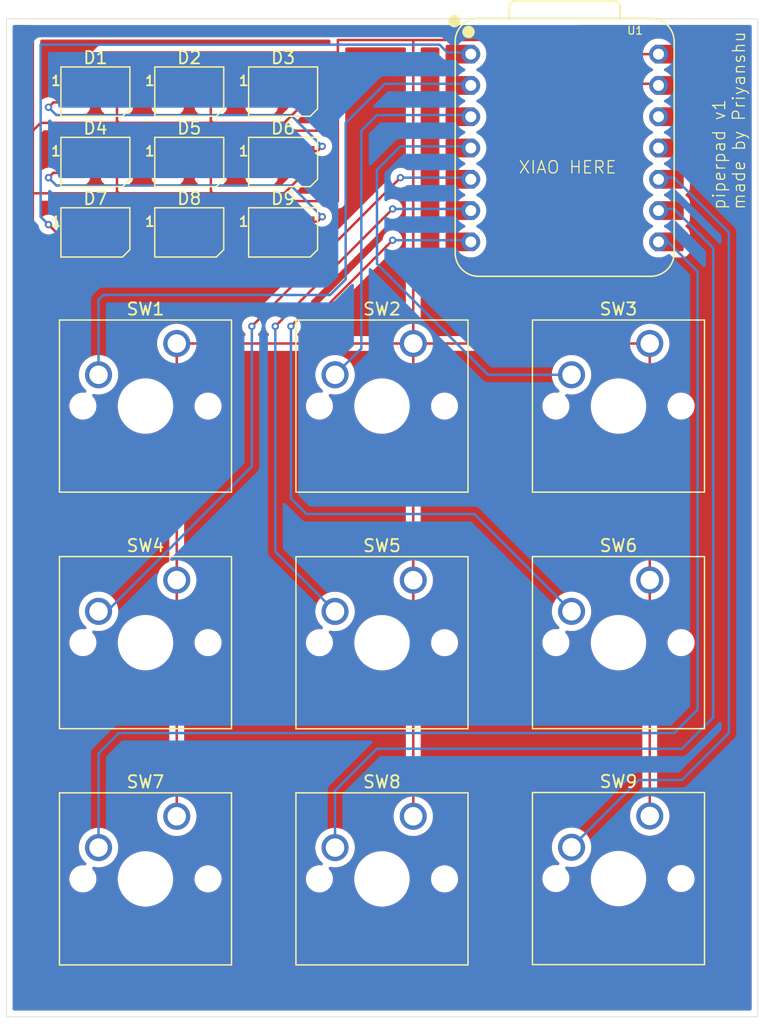
<source format=kicad_pcb>
(kicad_pcb (version 20241229) (generator "pcbnew") (generator_version "9.0")
  (layers (0 "F.Cu" signal) (2 "B.Cu" signal) (13 "F.Paste" user) (15 "B.Paste" user) (5 "F.SilkS" user "F.Silkscreen") (7 "B.SilkS" user "B.Silkscreen") (1 "F.Mask" user) (3 "B.Mask" user) (25 "Edge.Cuts" user))
  (net 0 "")
  (net 1 "+5V")
  (net 2 "Net-(D1-DOUT)")
  (net 3 "Net-(D1-DIN)")
  (net 4 "GND")
  (net 5 "Net-(D2-DOUT)")
  (net 6 "Net-(U1-GPIO2{slash}SCK)")
  (net 7 "Net-(U1-GPIO4{slash}MISO)")
  (net 10 "Net-(D4-DIN)")
  (net 11 "Net-(D4-DOUT)")
  (net 12 "Net-(D5-DOUT)")
  (net 13 "Net-(D7-DOUT)")
  (net 14 "Net-(D7-DIN)")
  (net 15 "Net-(D8-DOUT)")
  (net 16 "Net-(U1-GPIO28{slash}ADC2{slash}A2)")
  (net 17 "Net-(U1-GPIO27{slash}ADC1{slash}A1)")
  (net 18 "Net-(U1-GPIO7{slash}SCL)")
  (net 19 "Net-(U1-GPIO6{slash}SDA)")
  (net 20 "Net-(U1-GPIO29{slash}ADC3{slash}A3)")
  (net 21 "Net-(U1-GPIO0{slash}TX)")
  (net 22 "Net-(U1-GPIO1{slash}RX)")
  (footprint "Button_Switch_Keyboard:SW_Cherry_MX_1.00u_PCB" (layer "F.Cu") (at 154.2288 124.206)
    (property "Reference" "SW9" (at -2.54 -2.794 0) (layer "F.SilkS"))
    (property "Value" "SW_Push")
    (fp_line (start -9.525 -1.905) (end 4.445 -1.905) (stroke (width 0.12)) (layer "F.SilkS"))
    (fp_line (start -9.525 12.065) (end -9.525 -1.905) (stroke (width 0.12)) (layer "F.SilkS"))
    (fp_line (start 4.445 -1.905) (end 4.445 12.065) (stroke (width 0.12)) (layer "F.SilkS"))
    (fp_line (start 4.445 12.065) (end -9.525 12.065) (stroke (width 0.12)) (layer "F.SilkS"))
    (pad "" np_thru_hole circle (at -7.62 5.08) (size 1.7 1.7) (drill 1.7) (layers "*.Cu" "*.Mask"))
    (pad "" np_thru_hole circle (at -2.54 5.08) (size 4 4) (drill 4) (layers "*.Cu" "*.Mask"))
    (pad "" np_thru_hole circle (at 2.54 5.08) (size 1.7 1.7) (drill 1.7) (layers "*.Cu" "*.Mask"))
    (pad "1" thru_hole circle (at 0 0) (size 2.2 2.2) (drill 1.5) (layers "*.Cu" "*.Mask") (net 4 "GND"))
    (pad "2" thru_hole circle (at -6.35 2.54) (size 2.2 2.2) (drill 1.5) (layers "*.Cu" "*.Mask") (net 7 "Net-(U1-GPIO4{slash}MISO)"))
  )
  (footprint "Button_Switch_Keyboard:SW_Cherry_MX_1.00u_PCB" (layer "F.Cu") (at 154.2288 105.0544)
    (property "Reference" "SW6" (at -2.54 -2.794 0) (layer "F.SilkS"))
    (property "Value" "SW_Push")
    (fp_line (start -9.525 -1.905) (end 4.445 -1.905) (stroke (width 0.12)) (layer "F.SilkS"))
    (fp_line (start -9.525 12.065) (end -9.525 -1.905) (stroke (width 0.12)) (layer "F.SilkS"))
    (fp_line (start 4.445 -1.905) (end 4.445 12.065) (stroke (width 0.12)) (layer "F.SilkS"))
    (fp_line (start 4.445 12.065) (end -9.525 12.065) (stroke (width 0.12)) (layer "F.SilkS"))
    (pad "" np_thru_hole circle (at -7.62 5.08) (size 1.7 1.7) (drill 1.7) (layers "*.Cu" "*.Mask"))
    (pad "" np_thru_hole circle (at -2.54 5.08) (size 4 4) (drill 4) (layers "*.Cu" "*.Mask"))
    (pad "" np_thru_hole circle (at 2.54 5.08) (size 1.7 1.7) (drill 1.7) (layers "*.Cu" "*.Mask"))
    (pad "1" thru_hole circle (at 0 0) (size 2.2 2.2) (drill 1.5) (layers "*.Cu" "*.Mask") (net 4 "GND"))
    (pad "2" thru_hole circle (at -6.35 2.54) (size 2.2 2.2) (drill 1.5) (layers "*.Cu" "*.Mask") (net 21 "Net-(U1-GPIO0{slash}TX)"))
  )
  (footprint "LED_SMD:LED_SK6812MINI_PLCC4_3.5x3.5mm_P1.75mm" (layer "F.Cu") (at 109.22 76.835)
    (property "Reference" "D7" (at 0 -2.75 0) (layer "F.SilkS"))
    (property "Value" "SK6812" (hide yes))
    (fp_line (start -2.8 -2) (end -2.8 2) (stroke (width 0.12)) (layer "F.SilkS"))
    (fp_line (start -2.8 -2) (end 2.8 -2) (stroke (width 0.12)) (layer "F.SilkS"))
    (fp_line (start -2.8 2) (end 2.2 2) (stroke (width 0.12)) (layer "F.SilkS"))
    (fp_line (start 2.8 1.4) (end 2.2 2) (stroke (width 0.12)) (layer "F.SilkS"))
    (fp_line (start 2.8 1.4) (end 2.8 -2) (stroke (width 0.12)) (layer "F.SilkS"))
    (fp_text user "1" (at -3.2 -0.875 0) (layer "F.SilkS") (effects (font (size 0.8 0.8))))
    (pad "1" smd rect (at -1.75 -0.875) (size 1.6 0.85) (layers "F.Cu" "F.Mask" "F.Paste") (net 4 "GND"))
    (pad "2" smd rect (at -1.75 0.875) (size 1.6 0.85) (layers "F.Cu" "F.Mask" "F.Paste") (net 14 "Net-(D7-DIN)"))
    (pad "3" smd rect (at 1.75 0.875) (size 1.6 0.85) (layers "F.Cu" "F.Mask" "F.Paste") (net 1 "+5V"))
    (pad "4" smd rect (at 1.75 -0.875) (size 1.6 0.85) (layers "F.Cu" "F.Mask" "F.Paste") (net 13 "Net-(D7-DOUT)"))
  )
  (footprint "OPL:XIAO-RP2040-DIP" (layer "F.Cu") (at 147.32 69.9835)
    (property "Reference" "U1" (at 5.715 -9.5315 0) (layer "F.SilkS") (effects (font (size 0.635 0.635) (thickness 0.1016))))
    (property "Value" "XIAO-RP2040-DIP")
    (fp_line (start -8.89 8.509) (end -8.89 -8.636) (stroke (width 0.127)) (layer "F.SilkS"))
    (fp_line (start -6.985 10.414) (end 6.985 10.414) (stroke (width 0.127)) (layer "F.SilkS"))
    (fp_line (start -4.495 -10.541) (end -4.491272 -11.451272) (stroke (width 0.127)) (layer "F.SilkS"))
    (fp_line (start -3.991272 -11.951) (end 4.004 -11.951) (stroke (width 0.127)) (layer "F.SilkS"))
    (fp_line (start 4.504 -11.451) (end 4.504 -10.541) (stroke (width 0.127)) (layer "F.SilkS"))
    (fp_line (start 6.985 -10.541) (end -6.985 -10.541) (stroke (width 0.1)) (layer "F.SilkS"))
    (fp_line (start 6.985 -10.541) (end -6.985 -10.541) (stroke (width 0.127)) (layer "F.SilkS"))
    (fp_line (start 8.89 8.509) (end 8.89 -8.636) (stroke (width 0.127)) (layer "F.SilkS"))
    (fp_arc (start -8.89 -8.636) (mid -8.332038 -9.983038) (end -6.985 -10.541) (stroke (width 0.127)) (layer "F.SilkS"))
    (fp_arc (start -6.985 10.414) (mid -8.332038 9.856038) (end -8.89 8.509) (stroke (width 0.127)) (layer "F.SilkS"))
    (fp_arc (start -4.491272 -11.451272) (mid -4.344728 -11.80464) (end -3.991272 -11.951) (stroke (width 0.127)) (layer "F.SilkS"))
    (fp_arc (start 4.004 -11.951) (mid 4.357553 -11.804553) (end 4.504 -11.451) (stroke (width 0.127)) (layer "F.SilkS"))
    (fp_arc (start 6.985 -10.541) (mid 8.332038 -9.983038) (end 8.89 -8.636) (stroke (width 0.127)) (layer "F.SilkS"))
    (fp_arc (start 8.89 8.509) (mid 8.332038 9.856038) (end 6.985 10.414) (stroke (width 0.127)) (layer "F.SilkS"))
    (fp_circle (center -8.95 -10.3) (end -8.95 -10.554) (stroke (width 0.5)) (fill yes) (layer "F.SilkS"))
    (fp_circle (center -7.807 -9.42) (end -7.807 -9.674) (stroke (width 0.5)) (fill yes) (layer "F.SilkS"))
    (pad "1" smd roundrect (at -8.455 -7.62 180) (size 2.432 1.524) (layers "F.Cu" "F.Mask") (roundrect_rratio 0.1) (net 14 "Net-(D7-DIN)"))
    (pad "1" thru_hole circle (at -7.62 -7.62 180) (size 1.524 1.524) (drill 0.889) (layers "*.Cu" "*.Mask") (net 14 "Net-(D7-DIN)"))
    (pad "2" smd roundrect (at -8.455 -5.08 180) (size 2.432 1.524) (layers "F.Cu" "F.Mask") (roundrect_rratio 0.1) (net 17 "Net-(U1-GPIO27{slash}ADC1{slash}A1)"))
    (pad "2" thru_hole circle (at -7.62 -5.08 180) (size 1.524 1.524) (drill 0.889) (layers "*.Cu" "*.Mask") (net 17 "Net-(U1-GPIO27{slash}ADC1{slash}A1)"))
    (pad "3" smd roundrect (at -8.455 -2.54 180) (size 2.432 1.524) (layers "F.Cu" "F.Mask") (roundrect_rratio 0.1) (net 16 "Net-(U1-GPIO28{slash}ADC2{slash}A2)"))
    (pad "3" thru_hole circle (at -7.62 -2.54 180) (size 1.524 1.524) (drill 0.889) (layers "*.Cu" "*.Mask") (net 16 "Net-(U1-GPIO28{slash}ADC2{slash}A2)"))
    (pad "4" smd roundrect (at -8.455 0 180) (size 2.432 1.524) (layers "F.Cu" "F.Mask") (roundrect_rratio 0.1) (net 20 "Net-(U1-GPIO29{slash}ADC3{slash}A3)"))
    (pad "4" thru_hole circle (at -7.62 0 180) (size 1.524 1.524) (drill 0.889) (layers "*.Cu" "*.Mask") (net 20 "Net-(U1-GPIO29{slash}ADC3{slash}A3)"))
    (pad "5" smd roundrect (at -8.455 2.54 180) (size 2.432 1.524) (layers "F.Cu" "F.Mask") (roundrect_rratio 0.1) (net 19 "Net-(U1-GPIO6{slash}SDA)"))
    (pad "5" thru_hole circle (at -7.62 2.54 180) (size 1.524 1.524) (drill 0.889) (layers "*.Cu" "*.Mask") (net 19 "Net-(U1-GPIO6{slash}SDA)"))
    (pad "6" smd roundrect (at -8.455 5.08 180) (size 2.432 1.524) (layers "F.Cu" "F.Mask") (roundrect_rratio 0.1) (net 18 "Net-(U1-GPIO7{slash}SCL)"))
    (pad "6" thru_hole circle (at -7.62 5.08 180) (size 1.524 1.524) (drill 0.889) (layers "*.Cu" "*.Mask") (net 18 "Net-(U1-GPIO7{slash}SCL)"))
    (pad "7" smd roundrect (at -8.455 7.62 180) (size 2.432 1.524) (layers "F.Cu" "F.Mask") (roundrect_rratio 0.1) (net 21 "Net-(U1-GPIO0{slash}TX)"))
    (pad "7" thru_hole circle (at -7.62 7.62 180) (size 1.524 1.524) (drill 0.889) (layers "*.Cu" "*.Mask") (net 21 "Net-(U1-GPIO0{slash}TX)"))
    (pad "8" thru_hole circle (at 7.62 7.62) (size 1.524 1.524) (drill 0.889) (layers "*.Cu" "*.Mask") (net 22 "Net-(U1-GPIO1{slash}RX)"))
    (pad "8" smd roundrect (at 8.455 7.62) (size 2.432 1.524) (layers "F.Cu" "F.Mask") (roundrect_rratio 0.1) (net 22 "Net-(U1-GPIO1{slash}RX)"))
    (pad "9" thru_hole circle (at 7.62 5.08) (size 1.524 1.524) (drill 0.889) (layers "*.Cu" "*.Mask") (net 6 "Net-(U1-GPIO2{slash}SCK)"))
    (pad "9" smd roundrect (at 8.455 5.08) (size 2.432 1.524) (layers "F.Cu" "F.Mask") (roundrect_rratio 0.1) (net 6 "Net-(U1-GPIO2{slash}SCK)"))
    (pad "10" thru_hole circle (at 7.62 2.54) (size 1.524 1.524) (drill 0.889) (layers "*.Cu" "*.Mask") (net 7 "Net-(U1-GPIO4{slash}MISO)"))
    (pad "10" smd roundrect (at 8.455 2.54) (size 2.432 1.524) (layers "F.Cu" "F.Mask") (roundrect_rratio 0.1) (net 7 "Net-(U1-GPIO4{slash}MISO)"))
    (pad "11" thru_hole circle (at 7.62 0) (size 1.524 1.524) (drill 0.889) (layers "*.Cu" "*.Mask"))
    (pad "11" smd roundrect (at 8.455 0) (size 2.432 1.524) (layers "F.Cu" "F.Mask") (roundrect_rratio 0.1))
    (pad "12" thru_hole circle (at 7.62 -2.54) (size 1.524 1.524) (drill 0.889) (layers "*.Cu" "*.Mask"))
    (pad "12" smd roundrect (at 8.455 -2.54) (size 2.432 1.524) (layers "F.Cu" "F.Mask") (roundrect_rratio 0.1))
    (pad "13" thru_hole circle (at 7.62 -5.08) (size 1.524 1.524) (drill 0.889) (layers "*.Cu" "*.Mask") (net 4 "GND"))
    (pad "13" smd roundrect (at 8.455 -5.08) (size 2.432 1.524) (layers "F.Cu" "F.Mask") (roundrect_rratio 0.1) (net 4 "GND"))
    (pad "14" thru_hole circle (at 7.62 -7.62) (size 1.524 1.524) (drill 0.889) (layers "*.Cu" "*.Mask") (net 1 "+5V"))
    (pad "14" smd roundrect (at 8.455 -7.62) (size 2.432 1.524) (layers "F.Cu" "F.Mask") (roundrect_rratio 0.1) (net 1 "+5V"))
  )
  (footprint "Button_Switch_Keyboard:SW_Cherry_MX_1.00u_PCB" (layer "F.Cu") (at 115.824 105.0544)
    (property "Reference" "SW4" (at -2.54 -2.794 0) (layer "F.SilkS"))
    (property "Value" "SW_Push")
    (fp_line (start -9.525 -1.905) (end 4.445 -1.905) (stroke (width 0.12)) (layer "F.SilkS"))
    (fp_line (start -9.525 12.065) (end -9.525 -1.905) (stroke (width 0.12)) (layer "F.SilkS"))
    (fp_line (start 4.445 -1.905) (end 4.445 12.065) (stroke (width 0.12)) (layer "F.SilkS"))
    (fp_line (start 4.445 12.065) (end -9.525 12.065) (stroke (width 0.12)) (layer "F.SilkS"))
    (pad "" np_thru_hole circle (at -7.62 5.08) (size 1.7 1.7) (drill 1.7) (layers "*.Cu" "*.Mask"))
    (pad "" np_thru_hole circle (at -2.54 5.08) (size 4 4) (drill 4) (layers "*.Cu" "*.Mask"))
    (pad "" np_thru_hole circle (at 2.54 5.08) (size 1.7 1.7) (drill 1.7) (layers "*.Cu" "*.Mask"))
    (pad "1" thru_hole circle (at 0 0) (size 2.2 2.2) (drill 1.5) (layers "*.Cu" "*.Mask") (net 4 "GND"))
    (pad "2" thru_hole circle (at -6.35 2.54) (size 2.2 2.2) (drill 1.5) (layers "*.Cu" "*.Mask") (net 19 "Net-(U1-GPIO6{slash}SDA)"))
  )
  (footprint "LED_SMD:LED_SK6812MINI_PLCC4_3.5x3.5mm_P1.75mm" (layer "F.Cu") (at 116.84 65.405)
    (property "Reference" "D2" (at 0 -2.75 0) (layer "F.SilkS"))
    (property "Value" "SK6812" (hide yes))
    (fp_line (start -2.8 -2) (end -2.8 2) (stroke (width 0.12)) (layer "F.SilkS"))
    (fp_line (start -2.8 -2) (end 2.8 -2) (stroke (width 0.12)) (layer "F.SilkS"))
    (fp_line (start -2.8 2) (end 2.2 2) (stroke (width 0.12)) (layer "F.SilkS"))
    (fp_line (start 2.8 1.4) (end 2.2 2) (stroke (width 0.12)) (layer "F.SilkS"))
    (fp_line (start 2.8 1.4) (end 2.8 -2) (stroke (width 0.12)) (layer "F.SilkS"))
    (fp_text user "1" (at -3.2 -0.875 0) (layer "F.SilkS") (effects (font (size 0.8 0.8))))
    (pad "1" smd rect (at -1.75 -0.875) (size 1.6 0.85) (layers "F.Cu" "F.Mask" "F.Paste") (net 4 "GND"))
    (pad "2" smd rect (at -1.75 0.875) (size 1.6 0.85) (layers "F.Cu" "F.Mask" "F.Paste") (net 2 "Net-(D1-DOUT)"))
    (pad "3" smd rect (at 1.75 0.875) (size 1.6 0.85) (layers "F.Cu" "F.Mask" "F.Paste") (net 1 "+5V"))
    (pad "4" smd rect (at 1.75 -0.875) (size 1.6 0.85) (layers "F.Cu" "F.Mask" "F.Paste") (net 5 "Net-(D2-DOUT)"))
  )
  (footprint "Button_Switch_Keyboard:SW_Cherry_MX_1.00u_PCB" (layer "F.Cu") (at 115.824 124.2314)
    (property "Reference" "SW7" (at -2.54 -2.794 0) (layer "F.SilkS"))
    (property "Value" "SW_Push")
    (fp_line (start -9.525 -1.905) (end 4.445 -1.905) (stroke (width 0.12)) (layer "F.SilkS"))
    (fp_line (start -9.525 12.065) (end -9.525 -1.905) (stroke (width 0.12)) (layer "F.SilkS"))
    (fp_line (start 4.445 -1.905) (end 4.445 12.065) (stroke (width 0.12)) (layer "F.SilkS"))
    (fp_line (start 4.445 12.065) (end -9.525 12.065) (stroke (width 0.12)) (layer "F.SilkS"))
    (pad "" np_thru_hole circle (at -7.62 5.08) (size 1.7 1.7) (drill 1.7) (layers "*.Cu" "*.Mask"))
    (pad "" np_thru_hole circle (at -2.54 5.08) (size 4 4) (drill 4) (layers "*.Cu" "*.Mask"))
    (pad "" np_thru_hole circle (at 2.54 5.08) (size 1.7 1.7) (drill 1.7) (layers "*.Cu" "*.Mask"))
    (pad "1" thru_hole circle (at 0 0) (size 2.2 2.2) (drill 1.5) (layers "*.Cu" "*.Mask") (net 4 "GND"))
    (pad "2" thru_hole circle (at -6.35 2.54) (size 2.2 2.2) (drill 1.5) (layers "*.Cu" "*.Mask") (net 22 "Net-(U1-GPIO1{slash}RX)"))
  )
  (footprint "LED_SMD:LED_SK6812MINI_PLCC4_3.5x3.5mm_P1.75mm" (layer "F.Cu") (at 109.22 71.12)
    (property "Reference" "D4" (at 0 -2.75 0) (layer "F.SilkS"))
    (property "Value" "SK6812" (hide yes))
    (fp_line (start -2.8 -2) (end -2.8 2) (stroke (width 0.12)) (layer "F.SilkS"))
    (fp_line (start -2.8 -2) (end 2.8 -2) (stroke (width 0.12)) (layer "F.SilkS"))
    (fp_line (start -2.8 2) (end 2.2 2) (stroke (width 0.12)) (layer "F.SilkS"))
    (fp_line (start 2.8 1.4) (end 2.2 2) (stroke (width 0.12)) (layer "F.SilkS"))
    (fp_line (start 2.8 1.4) (end 2.8 -2) (stroke (width 0.12)) (layer "F.SilkS"))
    (fp_text user "1" (at -3.2 -0.875 0) (layer "F.SilkS") (effects (font (size 0.8 0.8))))
    (pad "1" smd rect (at -1.75 -0.875) (size 1.6 0.85) (layers "F.Cu" "F.Mask" "F.Paste") (net 4 "GND"))
    (pad "2" smd rect (at -1.75 0.875) (size 1.6 0.85) (layers "F.Cu" "F.Mask" "F.Paste") (net 10 "Net-(D4-DIN)"))
    (pad "3" smd rect (at 1.75 0.875) (size 1.6 0.85) (layers "F.Cu" "F.Mask" "F.Paste") (net 1 "+5V"))
    (pad "4" smd rect (at 1.75 -0.875) (size 1.6 0.85) (layers "F.Cu" "F.Mask" "F.Paste") (net 11 "Net-(D4-DOUT)"))
  )
  (footprint "LED_SMD:LED_SK6812MINI_PLCC4_3.5x3.5mm_P1.75mm" (layer "F.Cu") (at 116.84 71.12)
    (property "Reference" "D5" (at 0 -2.75 0) (layer "F.SilkS"))
    (property "Value" "SK6812" (hide yes))
    (fp_line (start -2.8 -2) (end -2.8 2) (stroke (width 0.12)) (layer "F.SilkS"))
    (fp_line (start -2.8 -2) (end 2.8 -2) (stroke (width 0.12)) (layer "F.SilkS"))
    (fp_line (start -2.8 2) (end 2.2 2) (stroke (width 0.12)) (layer "F.SilkS"))
    (fp_line (start 2.8 1.4) (end 2.2 2) (stroke (width 0.12)) (layer "F.SilkS"))
    (fp_line (start 2.8 1.4) (end 2.8 -2) (stroke (width 0.12)) (layer "F.SilkS"))
    (fp_text user "1" (at -3.2 -0.875 0) (layer "F.SilkS") (effects (font (size 0.8 0.8))))
    (pad "1" smd rect (at -1.75 -0.875) (size 1.6 0.85) (layers "F.Cu" "F.Mask" "F.Paste") (net 4 "GND"))
    (pad "2" smd rect (at -1.75 0.875) (size 1.6 0.85) (layers "F.Cu" "F.Mask" "F.Paste") (net 11 "Net-(D4-DOUT)"))
    (pad "3" smd rect (at 1.75 0.875) (size 1.6 0.85) (layers "F.Cu" "F.Mask" "F.Paste") (net 1 "+5V"))
    (pad "4" smd rect (at 1.75 -0.875) (size 1.6 0.85) (layers "F.Cu" "F.Mask" "F.Paste") (net 12 "Net-(D5-DOUT)"))
  )
  (footprint "Button_Switch_Keyboard:SW_Cherry_MX_1.00u_PCB" (layer "F.Cu") (at 115.824 85.852)
    (property "Reference" "SW1" (at -2.54 -2.794 0) (layer "F.SilkS"))
    (property "Value" "SW_Push")
    (fp_line (start -9.525 -1.905) (end 4.445 -1.905) (stroke (width 0.12)) (layer "F.SilkS"))
    (fp_line (start -9.525 12.065) (end -9.525 -1.905) (stroke (width 0.12)) (layer "F.SilkS"))
    (fp_line (start 4.445 -1.905) (end 4.445 12.065) (stroke (width 0.12)) (layer "F.SilkS"))
    (fp_line (start 4.445 12.065) (end -9.525 12.065) (stroke (width 0.12)) (layer "F.SilkS"))
    (pad "" np_thru_hole circle (at -7.62 5.08) (size 1.7 1.7) (drill 1.7) (layers "*.Cu" "*.Mask"))
    (pad "" np_thru_hole circle (at -2.54 5.08) (size 4 4) (drill 4) (layers "*.Cu" "*.Mask"))
    (pad "" np_thru_hole circle (at 2.54 5.08) (size 1.7 1.7) (drill 1.7) (layers "*.Cu" "*.Mask"))
    (pad "1" thru_hole circle (at 0 0) (size 2.2 2.2) (drill 1.5) (layers "*.Cu" "*.Mask") (net 4 "GND"))
    (pad "2" thru_hole circle (at -6.35 2.54) (size 2.2 2.2) (drill 1.5) (layers "*.Cu" "*.Mask") (net 17 "Net-(U1-GPIO27{slash}ADC1{slash}A1)"))
  )
  (footprint "LED_SMD:LED_SK6812MINI_PLCC4_3.5x3.5mm_P1.75mm" (layer "F.Cu") (at 116.84 76.835)
    (property "Reference" "D8" (at 0 -2.75 0) (layer "F.SilkS"))
    (property "Value" "SK6812" (hide yes))
    (fp_line (start -2.8 -2) (end -2.8 2) (stroke (width 0.12)) (layer "F.SilkS"))
    (fp_line (start -2.8 -2) (end 2.8 -2) (stroke (width 0.12)) (layer "F.SilkS"))
    (fp_line (start -2.8 2) (end 2.2 2) (stroke (width 0.12)) (layer "F.SilkS"))
    (fp_line (start 2.8 1.4) (end 2.2 2) (stroke (width 0.12)) (layer "F.SilkS"))
    (fp_line (start 2.8 1.4) (end 2.8 -2) (stroke (width 0.12)) (layer "F.SilkS"))
    (fp_text user "1" (at -3.2 -0.875 0) (layer "F.SilkS") (effects (font (size 0.8 0.8))))
    (pad "1" smd rect (at -1.75 -0.875) (size 1.6 0.85) (layers "F.Cu" "F.Mask" "F.Paste") (net 4 "GND"))
    (pad "2" smd rect (at -1.75 0.875) (size 1.6 0.85) (layers "F.Cu" "F.Mask" "F.Paste") (net 13 "Net-(D7-DOUT)"))
    (pad "3" smd rect (at 1.75 0.875) (size 1.6 0.85) (layers "F.Cu" "F.Mask" "F.Paste") (net 1 "+5V"))
    (pad "4" smd rect (at 1.75 -0.875) (size 1.6 0.85) (layers "F.Cu" "F.Mask" "F.Paste") (net 15 "Net-(D8-DOUT)"))
  )
  (footprint "Button_Switch_Keyboard:SW_Cherry_MX_1.00u_PCB" (layer "F.Cu") (at 154.2288 85.852)
    (property "Reference" "SW3" (at -2.54 -2.794 0) (layer "F.SilkS"))
    (property "Value" "SW_Push")
    (fp_line (start -9.525 -1.905) (end 4.445 -1.905) (stroke (width 0.12)) (layer "F.SilkS"))
    (fp_line (start -9.525 12.065) (end -9.525 -1.905) (stroke (width 0.12)) (layer "F.SilkS"))
    (fp_line (start 4.445 -1.905) (end 4.445 12.065) (stroke (width 0.12)) (layer "F.SilkS"))
    (fp_line (start 4.445 12.065) (end -9.525 12.065) (stroke (width 0.12)) (layer "F.SilkS"))
    (pad "" np_thru_hole circle (at -7.62 5.08) (size 1.7 1.7) (drill 1.7) (layers "*.Cu" "*.Mask"))
    (pad "" np_thru_hole circle (at -2.54 5.08) (size 4 4) (drill 4) (layers "*.Cu" "*.Mask"))
    (pad "" np_thru_hole circle (at 2.54 5.08) (size 1.7 1.7) (drill 1.7) (layers "*.Cu" "*.Mask"))
    (pad "1" thru_hole circle (at 0 0) (size 2.2 2.2) (drill 1.5) (layers "*.Cu" "*.Mask") (net 4 "GND"))
    (pad "2" thru_hole circle (at -6.35 2.54) (size 2.2 2.2) (drill 1.5) (layers "*.Cu" "*.Mask") (net 20 "Net-(U1-GPIO29{slash}ADC3{slash}A3)"))
  )
  (footprint "LED_SMD:LED_SK6812MINI_PLCC4_3.5x3.5mm_P1.75mm" (layer "F.Cu") (at 124.46 76.835)
    (property "Reference" "D9" (at 0 -2.75 0) (layer "F.SilkS"))
    (property "Value" "SK6812")
    (fp_line (start -2.8 -2) (end -2.8 2) (stroke (width 0.12)) (layer "F.SilkS"))
    (fp_line (start -2.8 -2) (end 2.8 -2) (stroke (width 0.12)) (layer "F.SilkS"))
    (fp_line (start -2.8 2) (end 2.2 2) (stroke (width 0.12)) (layer "F.SilkS"))
    (fp_line (start 2.8 1.4) (end 2.2 2) (stroke (width 0.12)) (layer "F.SilkS"))
    (fp_line (start 2.8 1.4) (end 2.8 -2) (stroke (width 0.12)) (layer "F.SilkS"))
    (fp_text user "1" (at -3.2 -0.875 0) (layer "F.SilkS") (effects (font (size 0.8 0.8))))
    (pad "1" smd rect (at -1.75 -0.875) (size 1.6 0.85) (layers "F.Cu" "F.Mask" "F.Paste") (net 4 "GND"))
    (pad "2" smd rect (at -1.75 0.875) (size 1.6 0.85) (layers "F.Cu" "F.Mask" "F.Paste") (net 15 "Net-(D8-DOUT)"))
    (pad "3" smd rect (at 1.75 0.875) (size 1.6 0.85) (layers "F.Cu" "F.Mask" "F.Paste") (net 1 "+5V"))
    (pad "4" smd rect (at 1.75 -0.875) (size 1.6 0.85) (layers "F.Cu" "F.Mask" "F.Paste") (net 10 "Net-(D4-DIN)"))
  )
  (footprint "LED_SMD:LED_SK6812MINI_PLCC4_3.5x3.5mm_P1.75mm" (layer "F.Cu") (at 124.46 65.405)
    (property "Reference" "D3" (at 0 -2.75 0) (layer "F.SilkS"))
    (property "Value" "SK6812" (hide yes))
    (fp_line (start -2.8 -2) (end -2.8 2) (stroke (width 0.12)) (layer "F.SilkS"))
    (fp_line (start -2.8 -2) (end 2.8 -2) (stroke (width 0.12)) (layer "F.SilkS"))
    (fp_line (start -2.8 2) (end 2.2 2) (stroke (width 0.12)) (layer "F.SilkS"))
    (fp_line (start 2.8 1.4) (end 2.2 2) (stroke (width 0.12)) (layer "F.SilkS"))
    (fp_line (start 2.8 1.4) (end 2.8 -2) (stroke (width 0.12)) (layer "F.SilkS"))
    (fp_text user "1" (at -3.2 -0.875 0) (layer "F.SilkS") (effects (font (size 0.8 0.8))))
    (pad "1" smd rect (at -1.75 -0.875) (size 1.6 0.85) (layers "F.Cu" "F.Mask" "F.Paste") (net 4 "GND"))
    (pad "2" smd rect (at -1.75 0.875) (size 1.6 0.85) (layers "F.Cu" "F.Mask" "F.Paste") (net 5 "Net-(D2-DOUT)"))
    (pad "3" smd rect (at 1.75 0.875) (size 1.6 0.85) (layers "F.Cu" "F.Mask" "F.Paste") (net 1 "+5V"))
    (pad "4" smd rect (at 1.75 -0.875) (size 1.6 0.85) (layers "F.Cu" "F.Mask" "F.Paste"))
  )
  (footprint "Button_Switch_Keyboard:SW_Cherry_MX_1.00u_PCB" (layer "F.Cu") (at 135.0264 124.2314)
    (property "Reference" "SW8" (at -2.54 -2.794 0) (layer "F.SilkS"))
    (property "Value" "SW_Push")
    (fp_line (start -9.525 -1.905) (end 4.445 -1.905) (stroke (width 0.12)) (layer "F.SilkS"))
    (fp_line (start -9.525 12.065) (end -9.525 -1.905) (stroke (width 0.12)) (layer "F.SilkS"))
    (fp_line (start 4.445 -1.905) (end 4.445 12.065) (stroke (width 0.12)) (layer "F.SilkS"))
    (fp_line (start 4.445 12.065) (end -9.525 12.065) (stroke (width 0.12)) (layer "F.SilkS"))
    (pad "" np_thru_hole circle (at -7.62 5.08) (size 1.7 1.7) (drill 1.7) (layers "*.Cu" "*.Mask"))
    (pad "" np_thru_hole circle (at -2.54 5.08) (size 4 4) (drill 4) (layers "*.Cu" "*.Mask"))
    (pad "" np_thru_hole circle (at 2.54 5.08) (size 1.7 1.7) (drill 1.7) (layers "*.Cu" "*.Mask"))
    (pad "1" thru_hole circle (at 0 0) (size 2.2 2.2) (drill 1.5) (layers "*.Cu" "*.Mask") (net 4 "GND"))
    (pad "2" thru_hole circle (at -6.35 2.54) (size 2.2 2.2) (drill 1.5) (layers "*.Cu" "*.Mask") (net 6 "Net-(U1-GPIO2{slash}SCK)"))
  )
  (footprint "LED_SMD:LED_SK6812MINI_PLCC4_3.5x3.5mm_P1.75mm" (layer "F.Cu") (at 124.46 71.12)
    (property "Reference" "D6" (at 0 -2.75 0) (layer "F.SilkS"))
    (property "Value" "SK6812" (hide yes))
    (fp_line (start -2.8 -2) (end -2.8 2) (stroke (width 0.12)) (layer "F.SilkS"))
    (fp_line (start -2.8 -2) (end 2.8 -2) (stroke (width 0.12)) (layer "F.SilkS"))
    (fp_line (start -2.8 2) (end 2.2 2) (stroke (width 0.12)) (layer "F.SilkS"))
    (fp_line (start 2.8 1.4) (end 2.2 2) (stroke (width 0.12)) (layer "F.SilkS"))
    (fp_line (start 2.8 1.4) (end 2.8 -2) (stroke (width 0.12)) (layer "F.SilkS"))
    (fp_text user "1" (at -3.2 -0.875 0) (layer "F.SilkS") (effects (font (size 0.8 0.8))))
    (pad "1" smd rect (at -1.75 -0.875) (size 1.6 0.85) (layers "F.Cu" "F.Mask" "F.Paste") (net 4 "GND"))
    (pad "2" smd rect (at -1.75 0.875) (size 1.6 0.85) (layers "F.Cu" "F.Mask" "F.Paste") (net 12 "Net-(D5-DOUT)"))
    (pad "3" smd rect (at 1.75 0.875) (size 1.6 0.85) (layers "F.Cu" "F.Mask" "F.Paste") (net 1 "+5V"))
    (pad "4" smd rect (at 1.75 -0.875) (size 1.6 0.85) (layers "F.Cu" "F.Mask" "F.Paste") (net 3 "Net-(D1-DIN)"))
  )
  (footprint "LED_SMD:LED_SK6812MINI_PLCC4_3.5x3.5mm_P1.75mm" (layer "F.Cu") (at 109.22 65.405)
    (property "Reference" "D1" (at 0 -2.75 0) (layer "F.SilkS"))
    (property "Value" "SK6812" (hide yes))
    (fp_line (start -2.8 -2) (end -2.8 2) (stroke (width 0.12)) (layer "F.SilkS"))
    (fp_line (start -2.8 -2) (end 2.8 -2) (stroke (width 0.12)) (layer "F.SilkS"))
    (fp_line (start -2.8 2) (end 2.2 2) (stroke (width 0.12)) (layer "F.SilkS"))
    (fp_line (start 2.8 1.4) (end 2.2 2) (stroke (width 0.12)) (layer "F.SilkS"))
    (fp_line (start 2.8 1.4) (end 2.8 -2) (stroke (width 0.12)) (layer "F.SilkS"))
    (fp_text user "1" (at -3.2 -0.875 0) (layer "F.SilkS") (effects (font (size 0.8 0.8))))
    (pad "1" smd rect (at -1.75 -0.875) (size 1.6 0.85) (layers "F.Cu" "F.Mask" "F.Paste") (net 4 "GND"))
    (pad "2" smd rect (at -1.75 0.875) (size 1.6 0.85) (layers "F.Cu" "F.Mask" "F.Paste") (net 3 "Net-(D1-DIN)"))
    (pad "3" smd rect (at 1.75 0.875) (size 1.6 0.85) (layers "F.Cu" "F.Mask" "F.Paste") (net 1 "+5V"))
    (pad "4" smd rect (at 1.75 -0.875) (size 1.6 0.85) (layers "F.Cu" "F.Mask" "F.Paste") (net 2 "Net-(D1-DOUT)"))
  )
  (footprint "Button_Switch_Keyboard:SW_Cherry_MX_1.00u_PCB" (layer "F.Cu") (at 135.0264 85.852)
    (property "Reference" "SW2" (at -2.54 -2.794 0) (layer "F.SilkS"))
    (property "Value" "SW_Push")
    (fp_line (start -9.525 -1.905) (end 4.445 -1.905) (stroke (width 0.12)) (layer "F.SilkS"))
    (fp_line (start -9.525 12.065) (end -9.525 -1.905) (stroke (width 0.12)) (layer "F.SilkS"))
    (fp_line (start 4.445 -1.905) (end 4.445 12.065) (stroke (width 0.12)) (layer "F.SilkS"))
    (fp_line (start 4.445 12.065) (end -9.525 12.065) (stroke (width 0.12)) (layer "F.SilkS"))
    (pad "" np_thru_hole circle (at -7.62 5.08) (size 1.7 1.7) (drill 1.7) (layers "*.Cu" "*.Mask"))
    (pad "" np_thru_hole circle (at -2.54 5.08) (size 4 4) (drill 4) (layers "*.Cu" "*.Mask"))
    (pad "" np_thru_hole circle (at 2.54 5.08) (size 1.7 1.7) (drill 1.7) (layers "*.Cu" "*.Mask"))
    (pad "1" thru_hole circle (at 0 0) (size 2.2 2.2) (drill 1.5) (layers "*.Cu" "*.Mask") (net 4 "GND"))
    (pad "2" thru_hole circle (at -6.35 2.54) (size 2.2 2.2) (drill 1.5) (layers "*.Cu" "*.Mask") (net 16 "Net-(U1-GPIO28{slash}ADC2{slash}A2)"))
  )
  (footprint "Button_Switch_Keyboard:SW_Cherry_MX_1.00u_PCB" (layer "F.Cu") (at 135.027969 105.061268)
    (property "Reference" "SW5" (at -2.54 -2.794 0) (layer "F.SilkS"))
    (property "Value" "SW_Push")
    (fp_line (start -9.525 -1.905) (end 4.445 -1.905) (stroke (width 0.12)) (layer "F.SilkS"))
    (fp_line (start -9.525 12.065) (end -9.525 -1.905) (stroke (width 0.12)) (layer "F.SilkS"))
    (fp_line (start 4.445 -1.905) (end 4.445 12.065) (stroke (width 0.12)) (layer "F.SilkS"))
    (fp_line (start 4.445 12.065) (end -9.525 12.065) (stroke (width 0.12)) (layer "F.SilkS"))
    (pad "" np_thru_hole circle (at -7.62 5.08) (size 1.7 1.7) (drill 1.7) (layers "*.Cu" "*.Mask"))
    (pad "" np_thru_hole circle (at -2.54 5.08) (size 4 4) (drill 4) (layers "*.Cu" "*.Mask"))
    (pad "" np_thru_hole circle (at 2.54 5.08) (size 1.7 1.7) (drill 1.7) (layers "*.Cu" "*.Mask"))
    (pad "1" thru_hole circle (at 0 0) (size 2.2 2.2) (drill 1.5) (layers "*.Cu" "*.Mask") (net 4 "GND"))
    (pad "2" thru_hole circle (at -6.35 2.54) (size 2.2 2.2) (drill 1.5) (layers "*.Cu" "*.Mask") (net 18 "Net-(U1-GPIO7{slash}SCL)"))
  )
  (gr_rect (start 102 59.5) (end 163 140.5) (stroke (width 0.05)) (fill no) (layer "Edge.Cuts"))
  (gr_text "XIAO HERE" (at 143.51 72.136 0) (layer "F.SilkS") (effects (font (size 1 1) (thickness 0.1)) (justify left bottom)))
  (gr_text "piperpad v1\nmade by Priyanshu" (at 162.052 75.057 90) (layer "F.SilkS") (effects (font (size 1 1) (thickness 0.1)) (justify left bottom)))
  (segment (start 109.855 80.01) (end 104.14 80.01) (width 0.2) (layer "F.Cu") (net 1))
  (segment (start 104.14 73.66) (end 104.14 68.58) (width 0.2) (layer "F.Cu") (net 1))
  (segment (start 110.97 71.995) (end 110.97 73.505) (width 0.2) (layer "F.Cu") (net 1))
  (segment (start 118.59 77.71) (end 118.59 78.895) (width 0.2) (layer "F.Cu") (net 1))
  (segment (start 111.125 67.945) (end 118.745 67.945) (width 0.2) (layer "F.Cu") (net 1))
  (segment (start 104.775 67.945) (end 111.125 67.945) (width 0.2) (layer "F.Cu") (net 1))
  (segment (start 118.59 67.79) (end 118.745 67.945) (width 0.2) (layer "F.Cu") (net 1))
  (segment (start 118.59 73.505) (end 118.745 73.66) (width 0.2) (layer "F.Cu") (net 1))
  (segment (start 118.59 66.28) (end 118.59 67.79) (width 0.2) (layer "F.Cu") (net 1))
  (segment (start 104.14 60.96) (end 104.521 60.579) (width 0.2) (layer "F.Cu") (net 1))
  (segment (start 110.97 67.79) (end 111.125 67.945) (width 0.2) (layer "F.Cu") (net 1))
  (segment (start 126.21 77.71) (end 123.91 80.01) (width 0.2) (layer "F.Cu") (net 1))
  (segment (start 110.97 66.28) (end 110.97 67.79) (width 0.2) (layer "F.Cu") (net 1))
  (segment (start 147.828 60.579) (end 149.6125 62.3635) (width 0.2) (layer "F.Cu") (net 1))
  (segment (start 104.14 68.58) (end 104.14 60.96) (width 0.2) (layer "F.Cu") (net 1))
  (segment (start 118.59 71.995) (end 118.59 73.505) (width 0.2) (layer "F.Cu") (net 1))
  (segment (start 104.521 60.579) (end 147.828 60.579) (width 0.2) (layer "F.Cu") (net 1))
  (segment (start 110.97 78.895) (end 109.855 80.01) (width 0.2) (layer "F.Cu") (net 1))
  (segment (start 123.91 80.01) (end 117.475 80.01) (width 0.2) (layer "F.Cu") (net 1))
  (segment (start 104.14 80.01) (end 104.14 74.295) (width 0.2) (layer "F.Cu") (net 1))
  (segment (start 110.97 77.71) (end 110.97 78.895) (width 0.2) (layer "F.Cu") (net 1))
  (segment (start 124.545 67.945) (end 126.21 66.28) (width 0.2) (layer "F.Cu") (net 1))
  (segment (start 124.545 73.66) (end 126.21 71.995) (width 0.2) (layer "F.Cu") (net 1))
  (segment (start 110.97 73.505) (end 111.125 73.66) (width 0.2) (layer "F.Cu") (net 1))
  (segment (start 104.14 73.66) (end 111.125 73.66) (width 0.2) (layer "F.Cu") (net 1))
  (segment (start 111.125 73.66) (end 118.745 73.66) (width 0.2) (layer "F.Cu") (net 1))
  (segment (start 118.745 73.66) (end 124.545 73.66) (width 0.2) (layer "F.Cu") (net 1))
  (segment (start 104.14 74.295) (end 104.14 73.66) (width 0.2) (layer "F.Cu") (net 1))
  (segment (start 149.6125 62.3635) (end 154.94 62.3635) (width 0.2) (layer "F.Cu") (net 1))
  (segment (start 118.745 67.945) (end 124.545 67.945) (width 0.2) (layer "F.Cu") (net 1))
  (segment (start 117.475 80.01) (end 116.84 80.01) (width 0.2) (layer "F.Cu") (net 1))
  (segment (start 116.84 80.01) (end 109.855 80.01) (width 0.2) (layer "F.Cu") (net 1))
  (segment (start 104.14 68.58) (end 104.775 67.945) (width 0.2) (layer "F.Cu") (net 1))
  (segment (start 118.59 78.895) (end 117.475 80.01) (width 0.2) (layer "F.Cu") (net 1))
  (segment (start 110.97 64.53) (end 113.34 64.53) (width 0.2) (layer "F.Cu") (net 2))
  (segment (start 113.34 64.53) (end 115.09 66.28) (width 0.2) (layer "F.Cu") (net 2))
  (segment (start 127.24 70.245) (end 127.635 69.85) (width 0.2) (layer "F.Cu") (net 3))
  (segment (start 107.47 66.28) (end 105.805 66.28) (width 0.2) (layer "F.Cu") (net 3))
  (segment (start 126.21 70.245) (end 127.24 70.245) (width 0.2) (layer "F.Cu") (net 3))
  (segment (start 105.805 66.28) (end 105.41 66.675) (width 0.2) (layer "F.Cu") (net 3))
  (via (at 105.41 66.675) (size 0.6) (drill 0.3) (layers "F.Cu" "B.Cu") (net 3))
  (via (at 127.635 69.85) (size 0.6) (drill 0.3) (layers "F.Cu" "B.Cu") (net 3))
  (segment (start 105.41 66.675) (end 106.045 67.31) (width 0.2) (layer "B.Cu") (net 3))
  (segment (start 106.045 67.31) (end 125.095 67.31) (width 0.2) (layer "B.Cu") (net 3))
  (segment (start 125.095 67.31) (end 127.635 69.85) (width 0.2) (layer "B.Cu") (net 3))
  (segment (start 135.0264 85.852) (end 154.2288 85.852) (width 0.2) (layer "F.Cu") (net 4))
  (segment (start 107.47 64.53) (end 109.77 62.23) (width 0.2) (layer "F.Cu") (net 4))
  (segment (start 108.585 68.58) (end 114.935 68.58) (width 0.2) (layer "F.Cu") (net 4))
  (segment (start 115.09 70.245) (end 115.09 68.735) (width 0.2) (layer "F.Cu") (net 4))
  (segment (start 123.825 62.23) (end 128.905 62.23) (width 0.2) (layer "F.Cu") (net 4))
  (segment (start 122.71 63.345) (end 123.825 62.23) (width 0.2) (layer "F.Cu") (net 4))
  (segment (start 107.47 69.695) (end 108.585 68.58) (width 0.2) (layer "F.Cu") (net 4))
  (segment (start 115.09 68.735) (end 114.935 68.58) (width 0.2) (layer "F.Cu") (net 4))
  (segment (start 116.205 62.23) (end 123.825 62.23) (width 0.2) (layer "F.Cu") (net 4))
  (segment (start 115.09 74.45) (end 114.935 74.295) (width 0.2) (layer "F.Cu") (net 4))
  (segment (start 146.685 61.214) (end 150.241 64.77) (width 0.2) (layer "F.Cu") (net 4))
  (segment (start 107.47 70.245) (end 107.47 69.695) (width 0.2) (layer "F.Cu") (net 4))
  (segment (start 115.824 85.852) (end 115.824 105.0544) (width 0.2) (layer "F.Cu") (net 4))
  (segment (start 154.2288 105.0544) (end 154.2288 124.206) (width 0.2) (layer "F.Cu") (net 4))
  (segment (start 150.241 64.77) (end 154.94 64.77) (width 0.2) (layer "F.Cu") (net 4))
  (segment (start 107.47 75.96) (end 107.47 74.775) (width 0.2) (layer "F.Cu") (net 4))
  (segment (start 109.77 62.23) (end 116.205 62.23) (width 0.2) (layer "F.Cu") (net 4))
  (segment (start 135.0264 85.852) (end 135.0264 61.3156) (width 0.2) (layer "F.Cu") (net 4))
  (segment (start 122.555 68.58) (end 128.905 68.58) (width 0.2) (layer "F.Cu") (net 4))
  (segment (start 122.555 74.295) (end 128.905 74.295) (width 0.2) (layer "F.Cu") (net 4))
  (segment (start 135.027969 105.061268) (end 135.027969 124.229831) (width 0.2) (layer "F.Cu") (net 4))
  (segment (start 122.71 75.96) (end 122.71 74.45) (width 0.2) (layer "F.Cu") (net 4))
  (segment (start 115.09 64.53) (end 115.09 63.345) (width 0.2) (layer "F.Cu") (net 4))
  (segment (start 114.935 68.58) (end 122.555 68.58) (width 0.2) (layer "F.Cu") (net 4))
  (segment (start 122.71 64.53) (end 122.71 63.345) (width 0.2) (layer "F.Cu") (net 4))
  (segment (start 115.824 85.852) (end 135.0264 85.852) (width 0.2) (layer "F.Cu") (net 4))
  (segment (start 135.027969 124.229831) (end 135.0264 124.2314) (width 0.2) (layer "F.Cu") (net 4))
  (segment (start 122.71 70.245) (end 122.71 68.735) (width 0.2) (layer "F.Cu") (net 4))
  (segment (start 114.935 74.295) (end 122.555 74.295) (width 0.2) (layer "F.Cu") (net 4))
  (segment (start 115.09 63.345) (end 116.205 62.23) (width 0.2) (layer "F.Cu") (net 4))
  (segment (start 154.2288 85.852) (end 154.2288 105.0544) (width 0.2) (layer "F.Cu") (net 4))
  (segment (start 135.0264 85.852) (end 135.0264 105.059699) (width 0.2) (layer "F.Cu") (net 4))
  (segment (start 122.71 68.735) (end 122.555 68.58) (width 0.2) (layer "F.Cu") (net 4))
  (segment (start 128.905 61.214) (end 146.685 61.214) (width 0.2) (layer "F.Cu") (net 4))
  (segment (start 115.09 75.96) (end 115.09 74.45) (width 0.2) (layer "F.Cu") (net 4))
  (segment (start 135.0264 105.059699) (end 135.027969 105.061268) (width 0.2) (layer "F.Cu") (net 4))
  (segment (start 128.905 74.295) (end 128.905 61.214) (width 0.2) (layer "F.Cu") (net 4))
  (segment (start 115.824 105.0544) (end 115.824 124.2314) (width 0.2) (layer "F.Cu") (net 4))
  (segment (start 107.95 74.295) (end 114.935 74.295) (width 0.2) (layer "F.Cu") (net 4))
  (segment (start 107.47 74.775) (end 107.95 74.295) (width 0.2) (layer "F.Cu") (net 4))
  (segment (start 122.71 74.45) (end 122.555 74.295) (width 0.2) (layer "F.Cu") (net 4))
  (segment (start 120.96 64.53) (end 122.71 66.28) (width 0.2) (layer "F.Cu") (net 5))
  (segment (start 118.59 64.53) (end 120.96 64.53) (width 0.2) (layer "F.Cu") (net 5))
  (segment (start 156.845 118.745) (end 159.385 116.205) (width 0.2) (layer "B.Cu") (net 6))
  (segment (start 128.6764 122.1486) (end 132.08 118.745) (width 0.2) (layer "B.Cu") (net 6))
  (segment (start 154.94 74.93) (end 156.21 74.93) (width 0.2) (layer "B.Cu") (net 6))
  (segment (start 132.08 118.745) (end 156.845 118.745) (width 0.2) (layer "B.Cu") (net 6))
  (segment (start 159.385 116.205) (end 159.385 78.105) (width 0.2) (layer "B.Cu") (net 6))
  (segment (start 156.21 74.93) (end 159.385 78.105) (width 0.2) (layer "B.Cu") (net 6))
  (segment (start 128.6764 126.7714) (end 128.6764 122.1486) (width 0.2) (layer "B.Cu") (net 6))
  (segment (start 156.845 121.285) (end 153.3398 121.285) (width 0.2) (layer "B.Cu") (net 7))
  (segment (start 154.94 72.39) (end 156.21 72.39) (width 0.2) (layer "B.Cu") (net 7))
  (segment (start 156.21 72.39) (end 160.655 76.835) (width 0.2) (layer "B.Cu") (net 7))
  (segment (start 153.3398 121.285) (end 147.8788 126.746) (width 0.2) (layer "B.Cu") (net 7))
  (segment (start 160.655 117.475) (end 156.845 121.285) (width 0.2) (layer "B.Cu") (net 7))
  (segment (start 160.655 76.835) (end 160.655 117.475) (width 0.2) (layer "B.Cu") (net 7))
  (segment (start 105.805 71.995) (end 105.41 72.39) (width 0.2) (layer "F.Cu") (net 10))
  (segment (start 127.24 75.96) (end 127.635 75.565) (width 0.2) (layer "F.Cu") (net 10))
  (segment (start 107.47 71.995) (end 105.805 71.995) (width 0.2) (layer "F.Cu") (net 10))
  (segment (start 126.21 75.96) (end 127.24 75.96) (width 0.2) (layer "F.Cu") (net 10))
  (via (at 127.635 75.565) (size 0.6) (drill 0.3) (layers "F.Cu" "B.Cu") (net 10))
  (via (at 105.41 72.39) (size 0.6) (drill 0.3) (layers "F.Cu" "B.Cu") (net 10))
  (segment (start 105.41 72.39) (end 106.045 73.025) (width 0.2) (layer "B.Cu") (net 10))
  (segment (start 125.095 73.025) (end 127.635 75.565) (width 0.2) (layer "B.Cu") (net 10))
  (segment (start 106.045 73.025) (end 125.095 73.025) (width 0.2) (layer "B.Cu") (net 10))
  (segment (start 113.34 70.245) (end 115.09 71.995) (width 0.2) (layer "F.Cu") (net 11))
  (segment (start 110.97 70.245) (end 113.34 70.245) (width 0.2) (layer "F.Cu") (net 11))
  (segment (start 120.96 70.245) (end 122.71 71.995) (width 0.2) (layer "F.Cu") (net 12))
  (segment (start 118.59 70.245) (end 120.96 70.245) (width 0.2) (layer "F.Cu") (net 12))
  (segment (start 110.97 75.96) (end 113.34 75.96) (width 0.2) (layer "F.Cu") (net 13))
  (segment (start 113.34 75.96) (end 115.09 77.71) (width 0.2) (layer "F.Cu") (net 13))
  (segment (start 107.47 77.71) (end 106.92 77.71) (width 0.2) (layer "F.Cu") (net 14))
  (segment (start 106.92 77.71) (end 105.41 76.2) (width 0.2) (layer "F.Cu") (net 14))
  (via (at 105.41 76.2) (size 0.6) (drill 0.3) (layers "F.Cu" "B.Cu") (net 14))
  (segment (start 104.775 61.595) (end 137.16 61.595) (width 0.2) (layer "B.Cu") (net 14))
  (segment (start 105.41 76.2) (end 104.775 75.565) (width 0.2) (layer "B.Cu") (net 14))
  (segment (start 104.775 75.565) (end 104.775 61.595) (width 0.2) (layer "B.Cu") (net 14))
  (segment (start 137.795 62.23) (end 139.7 62.23) (width 0.2) (layer "B.Cu") (net 14))
  (segment (start 137.16 61.595) (end 137.795 62.23) (width 0.2) (layer "B.Cu") (net 14))
  (segment (start 120.96 75.96) (end 122.71 77.71) (width 0.2) (layer "F.Cu") (net 15))
  (segment (start 118.59 75.96) (end 120.96 75.96) (width 0.2) (layer "F.Cu") (net 15))
  (segment (start 132.08 67.31) (end 130.81 68.58) (width 0.2) (layer "B.Cu") (net 16))
  (segment (start 130.81 68.58) (end 130.81 86.2584) (width 0.2) (layer "B.Cu") (net 16))
  (segment (start 130.81 86.2584) (end 128.6764 88.392) (width 0.2) (layer "B.Cu") (net 16))
  (segment (start 139.7 67.31) (end 132.08 67.31) (width 0.2) (layer "B.Cu") (net 16))
  (segment (start 132.715 64.77) (end 129.54 67.945) (width 0.2) (layer "B.Cu") (net 17))
  (segment (start 139.7 64.77) (end 132.715 64.77) (width 0.2) (layer "B.Cu") (net 17))
  (segment (start 109.855 81.915) (end 128.27 81.915) (width 0.2) (layer "B.Cu") (net 17))
  (segment (start 128.27 81.915) (end 129.54 80.645) (width 0.2) (layer "B.Cu") (net 17))
  (segment (start 129.54 80.645) (end 129.54 67.945) (width 0.2) (layer "B.Cu") (net 17))
  (segment (start 109.474 88.392) (end 109.474 82.296) (width 0.2) (layer "B.Cu") (net 17))
  (segment (start 109.474 82.296) (end 109.855 81.915) (width 0.2) (layer "B.Cu") (net 17))
  (segment (start 123.825 84.455) (end 133.35 74.93) (width 0.2) (layer "F.Cu") (net 18))
  (via (at 123.825 84.455) (size 0.6) (drill 0.3) (layers "F.Cu" "B.Cu") (net 18))
  (via (at 133.35 74.93) (size 0.6) (drill 0.3) (layers "F.Cu" "B.Cu") (net 18))
  (segment (start 123.825 102.748299) (end 128.677969 107.601268) (width 0.2) (layer "B.Cu") (net 18))
  (segment (start 133.35 74.93) (end 139.7 74.93) (width 0.2) (layer "B.Cu") (net 18))
  (segment (start 123.825 84.455) (end 123.825 102.748299) (width 0.2) (layer "B.Cu") (net 18))
  (segment (start 121.92 84.455) (end 133.985 72.39) (width 0.2) (layer "F.Cu") (net 19))
  (via (at 133.985 72.39) (size 0.6) (drill 0.3) (layers "F.Cu" "B.Cu") (net 19))
  (via (at 121.92 84.455) (size 0.6) (drill 0.3) (layers "F.Cu" "B.Cu") (net 19))
  (segment (start 121.92 95.8342) (end 110.1598 107.5944) (width 0.2) (layer "B.Cu") (net 19))
  (segment (start 133.985 72.39) (end 139.7 72.39) (width 0.2) (layer "B.Cu") (net 19))
  (segment (start 110.1598 107.5944) (end 109.474 107.5944) (width 0.2) (layer "B.Cu") (net 19))
  (segment (start 121.92 84.455) (end 121.92 95.8342) (width 0.2) (layer "B.Cu") (net 19))
  (segment (start 141.097 88.392) (end 132.08 79.375) (width 0.2) (layer "B.Cu") (net 20))
  (segment (start 132.08 79.375) (end 132.08 71.755) (width 0.2) (layer "B.Cu") (net 20))
  (segment (start 133.985 69.85) (end 132.08 71.755) (width 0.2) (layer "B.Cu") (net 20))
  (segment (start 139.7 69.85) (end 133.985 69.85) (width 0.2) (layer "B.Cu") (net 20))
  (segment (start 147.8788 88.392) (end 141.097 88.392) (width 0.2) (layer "B.Cu") (net 20))
  (segment (start 125.095 84.455) (end 126.365 83.185) (width 0.2) (layer "F.Cu") (net 21))
  (segment (start 127.635 83.185) (end 133.35 77.47) (width 0.2) (layer "F.Cu") (net 21))
  (segment (start 126.365 83.185) (end 127.635 83.185) (width 0.2) (layer "F.Cu") (net 21))
  (via (at 125.095 84.455) (size 0.6) (drill 0.3) (layers "F.Cu" "B.Cu") (net 21))
  (via (at 133.35 77.47) (size 0.6) (drill 0.3) (layers "F.Cu" "B.Cu") (net 21))
  (segment (start 125.095 98.425) (end 126.365 99.695) (width 0.2) (layer "B.Cu") (net 21))
  (segment (start 133.35 77.47) (end 139.7 77.47) (width 0.2) (layer "B.Cu") (net 21))
  (segment (start 126.365 99.695) (end 139.9794 99.695) (width 0.2) (layer "B.Cu") (net 21))
  (segment (start 125.095 84.455) (end 125.095 98.425) (width 0.2) (layer "B.Cu") (net 21))
  (segment (start 139.9794 99.695) (end 147.8788 107.5944) (width 0.2) (layer "B.Cu") (net 21))
  (segment (start 111.125 117.475) (end 109.474 119.126) (width 0.2) (layer "B.Cu") (net 22))
  (segment (start 158.115 80.01) (end 158.115 115.57) (width 0.2) (layer "B.Cu") (net 22))
  (segment (start 109.474 119.126) (end 109.474 126.7714) (width 0.2) (layer "B.Cu") (net 22))
  (segment (start 156.21 117.475) (end 111.125 117.475) (width 0.2) (layer "B.Cu") (net 22))
  (segment (start 155.575 77.47) (end 158.115 80.01) (width 0.2) (layer "B.Cu") (net 22))
  (segment (start 158.115 115.57) (end 156.21 117.475) (width 0.2) (layer "B.Cu") (net 22))
  (segment (start 154.94 77.47) (end 155.575 77.47) (width 0.2) (layer "B.Cu") (net 22))
  (zone (net 0) (net_name "") (layers "F.Cu" "B.Cu") (connect_pads (clearance 0.5)) (min_thickness 0.25) (fill yes (thermal_gap 0.5) (thermal_bridge_width 0.5) (island_removal_mode 1) (island_area_min 10))
    (polygon (pts (xy 163.83 58.674) (xy 163.83 141.097) (xy 101.473 141.097) (xy 101.6 58.674)))
  )
)
</source>
